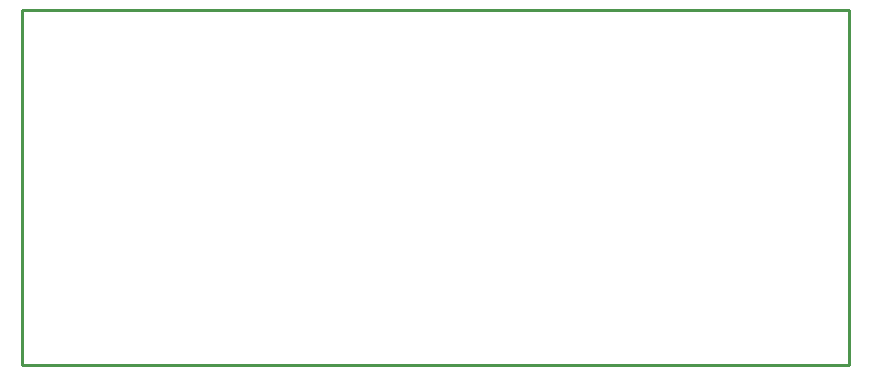
<source format=gbr>
G04 #@! TF.GenerationSoftware,KiCad,Pcbnew,9.0.1*
G04 #@! TF.CreationDate,2025-05-07T17:07:09-04:00*
G04 #@! TF.ProjectId,matrix-protoboard_10x24,6d617472-6978-42d7-9072-6f746f626f61,rev?*
G04 #@! TF.SameCoordinates,Original*
G04 #@! TF.FileFunction,Profile,NP*
%FSLAX46Y46*%
G04 Gerber Fmt 4.6, Leading zero omitted, Abs format (unit mm)*
G04 Created by KiCad (PCBNEW 9.0.1) date 2025-05-07 17:07:09*
%MOMM*%
%LPD*%
G01*
G04 APERTURE LIST*
G04 #@! TA.AperFunction,Profile*
%ADD10C,0.254000*%
G04 #@! TD*
G04 APERTURE END LIST*
D10*
X104940000Y-61260000D02*
X174940000Y-61260000D01*
X174940000Y-91260000D01*
X104940000Y-91260000D01*
X104940000Y-61260000D01*
M02*

</source>
